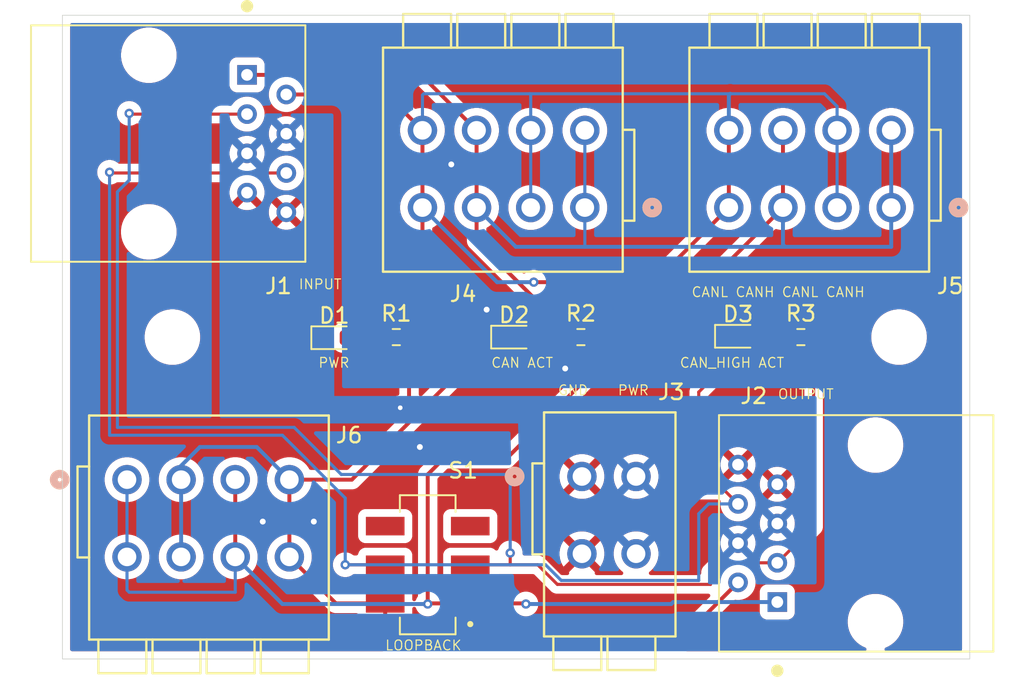
<source format=kicad_pcb>
(kicad_pcb (version 20241229) (generator "pcbnew") (generator_version "9.0")
  (layers (0 "F.Cu" signal) (2 "B.Cu" signal) (13 "F.Paste" user) (15 "B.Paste" user) (5 "F.SilkS" user "F.Silkscreen") (7 "B.SilkS" user "B.Silkscreen") (1 "F.Mask" user) (3 "B.Mask" user) (25 "Edge.Cuts" user))
  (net 0 "")
  (net 1 "Net-(D1-A)")
  (net 2 "GND")
  (net 3 "/CAN_LOW")
  (net 4 "Net-(D2-A)")
  (net 5 "/CAN_LOW_LOOP")
  (net 6 "Net-(D3-A)")
  (net 7 "/VBAT")
  (net 8 "/CAN_HIGH")
  (net 9 "/CAN_HIGH_LOOP")
  (footprint "LocalFootprints:AMPHENOL_54602-908LF" (layer "F.Cu") (at 185.928 112.522 90)
    (property "Reference" "J2" (at 8.89 -7.874 180) (layer "F.SilkS") (effects (font (size 1.001598 1.001598))))
    (property "Value" "RJ45")
    (fp_line (start 7.65 -10.12) (end 7.65 7.62) (stroke (width 0.127)) (layer "F.SilkS"))
    (fp_line (start -7.65 -10.12) (end 7.65 -10.12) (stroke (width 0.127)) (layer "F.SilkS"))
    (fp_line (start 7.65 7.62) (end -7.65 7.62) (stroke (width 0.127)) (layer "F.SilkS"))
    (fp_line (start -7.65 7.62) (end -7.65 -10.12) (stroke (width 0.127)) (layer "F.SilkS"))
    (fp_circle (center -8.89 -6.35) (end -8.69 -6.35) (stroke (width 0.4)) (fill no) (layer "F.SilkS"))
    (pad "" np_thru_hole circle (at -5.715 0 90) (size 3.2 3.2) (drill 3.2) (layers "*.Cu" "*.Mask"))
    (pad "" np_thru_hole circle (at 5.715 0 90) (size 3.2 3.2) (drill 3.2) (layers "*.Cu" "*.Mask"))
    (pad "1" thru_hole rect (at -4.445 -6.35 90) (size 1.268 1.268) (drill 0.76) (layers "*.Cu" "*.Mask") (net 8 "/CAN_HIGH"))
    (pad "2" thru_hole circle (at -3.175 -8.89 90) (size 1.268 1.268) (drill 0.76) (layers "*.Cu" "*.Mask") (net 3 "/CAN_LOW"))
    (pad "3" thru_hole circle (at -1.905 -6.35 90) (size 1.268 1.268) (drill 0.76) (layers "*.Cu" "*.Mask") (net 9 "/CAN_HIGH_LOOP"))
    (pad "4" thru_hole circle (at -0.635 -8.89 90) (size 1.268 1.268) (drill 0.76) (layers "*.Cu" "*.Mask") (net 7 "/VBAT"))
    (pad "5" thru_hole circle (at 0.635 -6.35 90) (size 1.268 1.268) (drill 0.76) (layers "*.Cu" "*.Mask") (net 7 "/VBAT"))
    (pad "6" thru_hole circle (at 1.905 -8.89 90) (size 1.268 1.268) (drill 0.76) (layers "*.Cu" "*.Mask") (net 5 "/CAN_LOW_LOOP"))
    (pad "7" thru_hole circle (at 3.175 -6.35 90) (size 1.268 1.268) (drill 0.76) (layers "*.Cu" "*.Mask") (net 2 "GND"))
    (pad "8" thru_hole circle (at 4.445 -8.89 90) (size 1.268 1.268) (drill 0.76) (layers "*.Cu" "*.Mask") (net 2 "GND"))
  )
  (footprint "LED_SMD:LED_0603_1608Metric" (layer "F.Cu") (at 177.038 99.768)
    (property "Reference" "D3" (at 0 -1.43 0) (layer "F.SilkS"))
    (property "Value" "LED")
    (fp_line (start -1.485 -0.735) (end -1.485 0.735) (stroke (width 0.12)) (layer "F.SilkS"))
    (fp_line (start -1.485 0.735) (end 0.8 0.735) (stroke (width 0.12)) (layer "F.SilkS"))
    (fp_line (start 0.8 -0.735) (end -1.485 -0.735) (stroke (width 0.12)) (layer "F.SilkS"))
    (pad "1" smd roundrect (at -0.7875 0) (size 0.875 0.95) (layers "F.Cu" "F.Mask" "F.Paste") (net 5 "/CAN_LOW_LOOP"))
    (pad "2" smd roundrect (at 0.7875 0) (size 0.875 0.95) (layers "F.Cu" "F.Mask" "F.Paste") (net 6 "Net-(D3-A)"))
  )
  (footprint "LED_SMD:LED_0603_1608Metric" (layer "F.Cu") (at 150.93 99.862)
    (property "Reference" "D1" (at 0 -1.43 0) (layer "F.SilkS"))
    (property "Value" "LED")
    (fp_line (start -1.485 -0.735) (end -1.485 0.735) (stroke (width 0.12)) (layer "F.SilkS"))
    (fp_line (start -1.485 0.735) (end 0.8 0.735) (stroke (width 0.12)) (layer "F.SilkS"))
    (fp_line (start 0.8 -0.735) (end -1.485 -0.735) (stroke (width 0.12)) (layer "F.SilkS"))
    (pad "1" smd roundrect (at -0.7875 0) (size 0.875 0.95) (layers "F.Cu" "F.Mask" "F.Paste") (net 2 "GND"))
    (pad "2" smd roundrect (at 0.7875 0) (size 0.875 0.95) (layers "F.Cu" "F.Mask" "F.Paste") (net 1 "Net-(D1-A)"))
  )
  (footprint "LocalFootprints:CONN2_2601-1102_WAG" (layer "F.Cu") (at 166.9449 108.8425)
    (property "Reference" "J3" (at 5.7751 -5.4645 0) (layer "F.SilkS"))
    (property "Value" "2601-1102")
    (fp_line (start -3.2 5.034001) (end -3.2 -0.849998) (stroke (width 0.1524)) (layer "F.SilkS"))
    (fp_line (start -2.45 -4.149999) (end 6.05 -4.149999) (stroke (width 0.1524)) (layer "F.SilkS"))
    (fp_line (start -2.45 10.349999) (end -2.45 -4.149999) (stroke (width 0.1524)) (layer "F.SilkS"))
    (fp_line (start -2.45 10.349999) (end 6.05 10.349999) (stroke (width 0.1524)) (layer "F.SilkS"))
    (fp_line (start -2.449999 -0.849998) (end -3.2 -0.849998) (stroke (width 0.1524)) (layer "F.SilkS"))
    (fp_line (start -2.449999 5.034001) (end -3.2 5.034001) (stroke (width 0.1524)) (layer "F.SilkS"))
    (fp_line (start -1.85 10.35) (end -1.85 12.524999) (stroke (width 0.1524)) (layer "F.SilkS"))
    (fp_line (start -1.85 12.524999) (end 1.249999 12.524999) (stroke (width 0.1524)) (layer "F.SilkS"))
    (fp_line (start 1.249999 10.35) (end 1.249999 12.524999) (stroke (width 0.1524)) (layer "F.SilkS"))
    (fp_line (start 1.650001 10.35) (end 1.650001 12.524999) (stroke (width 0.1524)) (layer "F.SilkS"))
    (fp_line (start 1.650001 12.524999) (end 4.75 12.524999) (stroke (width 0.1524)) (layer "F.SilkS"))
    (fp_line (start 4.75 10.35) (end 4.75 12.524999) (stroke (width 0.1524)) (layer "F.SilkS"))
    (fp_line (start 6.05 -4.149999) (end 6.05 10.349999) (stroke (width 0.1524)) (layer "F.SilkS"))
    (fp_circle (center -4.355 0) (end -3.974 0) (stroke (width 0.508)) (fill no) (layer "F.SilkS"))
    (fp_circle (center -4.355 0) (end -3.974 0) (stroke (width 0.508)) (fill no) (layer "B.SilkS"))
    (pad "1" thru_hole circle (at 0 0) (size 1.9 1.9) (drill 1.2) (layers "*.Cu" "*.Mask") (net 2 "GND"))
    (pad "2" thru_hole circle (at 0 5) (size 1.9 1.9) (drill 1.2) (layers "*.Cu" "*.Mask") (net 2 "GND"))
    (pad "3" thru_hole circle (at 3.5 0) (size 1.9 1.9) (drill 1.2) (layers "*.Cu" "*.Mask") (net 7 "/VBAT"))
    (pad "4" thru_hole circle (at 3.5 5) (size 1.9 1.9) (drill 1.2) (layers "*.Cu" "*.Mask") (net 7 "/VBAT"))
  )
  (footprint "LocalFootprints:AMPHENOL_54602-908LF" (layer "F.Cu") (at 138.938 87.2965 -90)
    (property "Reference" "J1" (at 9.2235 -8.382 180) (layer "F.SilkS") (effects (font (size 1.001598 1.001598))))
    (property "Value" "RJ45")
    (fp_line (start -7.65 7.62) (end -7.65 -10.12) (stroke (width 0.127)) (layer "F.SilkS"))
    (fp_line (start 7.65 7.62) (end -7.65 7.62) (stroke (width 0.127)) (layer "F.SilkS"))
    (fp_line (start -7.65 -10.12) (end 7.65 -10.12) (stroke (width 0.127)) (layer "F.SilkS"))
    (fp_line (start 7.65 -10.12) (end 7.65 7.62) (stroke (width 0.127)) (layer "F.SilkS"))
    (fp_circle (center -8.89 -6.35) (end -8.69 -6.35) (stroke (width 0.4)) (fill no) (layer "F.SilkS"))
    (pad "" np_thru_hole circle (at -5.715 0 270) (size 3.2 3.2) (drill 3.2) (layers "*.Cu" "*.Mask"))
    (pad "" np_thru_hole circle (at 5.715 0 270) (size 3.2 3.2) (drill 3.2) (layers "*.Cu" "*.Mask"))
    (pad "1" thru_hole rect (at -4.445 -6.35 270) (size 1.268 1.268) (drill 0.76) (layers "*.Cu" "*.Mask") (net 8 "/CAN_HIGH"))
    (pad "2" thru_hole circle (at -3.175 -8.89 270) (size 1.268 1.268) (drill 0.76) (layers "*.Cu" "*.Mask") (net 3 "/CAN_LOW"))
    (pad "3" thru_hole circle (at -1.905 -6.35 270) (size 1.268 1.268) (drill 0.76) (layers "*.Cu" "*.Mask") (net 9 "/CAN_HIGH_LOOP"))
    (pad "4" thru_hole circle (at -0.635 -8.89 270) (size 1.268 1.268) (drill 0.76) (layers "*.Cu" "*.Mask") (net 7 "/VBAT"))
    (pad "5" thru_hole circle (at 0.635 -6.35 270) (size 1.268 1.268) (drill 0.76) (layers "*.Cu" "*.Mask") (net 7 "/VBAT"))
    (pad "6" thru_hole circle (at 1.905 -8.89 270) (size 1.268 1.268) (drill 0.76) (layers "*.Cu" "*.Mask") (net 5 "/CAN_LOW_LOOP"))
    (pad "7" thru_hole circle (at 3.175 -6.35 270) (size 1.268 1.268) (drill 0.76) (layers "*.Cu" "*.Mask") (net 2 "GND"))
    (pad "8" thru_hole circle (at 4.445 -8.89 270) (size 1.268 1.268) (drill 0.76) (layers "*.Cu" "*.Mask") (net 2 "GND"))
  )
  (footprint "Resistor_SMD:R_0603_1608Metric" (layer "F.Cu") (at 154.94 99.822 180)
    (property "Reference" "R1" (at 0 1.524 0) (layer "F.SilkS"))
    (property "Value" "680")
    (fp_line (start -0.237258 0.5225) (end 0.237258 0.5225) (stroke (width 0.12)) (layer "F.SilkS"))
    (fp_line (start -0.237258 -0.5225) (end 0.237258 -0.5225) (stroke (width 0.12)) (layer "F.SilkS"))
    (pad "1" smd roundrect (at -0.825 0 180) (size 0.8 0.95) (layers "F.Cu" "F.Mask" "F.Paste") (net 7 "/VBAT"))
    (pad "2" smd roundrect (at 0.825 0 180) (size 0.8 0.95) (layers "F.Cu" "F.Mask" "F.Paste") (net 1 "Net-(D1-A)"))
  )
  (footprint "Resistor_SMD:R_0603_1608Metric" (layer "F.Cu") (at 181.102 99.822 180)
    (property "Reference" "R3" (at 0 1.524 0) (layer "F.SilkS"))
    (property "Value" "680")
    (fp_line (start -0.237258 0.5225) (end 0.237258 0.5225) (stroke (width 0.12)) (layer "F.SilkS"))
    (fp_line (start -0.237258 -0.5225) (end 0.237258 -0.5225) (stroke (width 0.12)) (layer "F.SilkS"))
    (pad "1" smd roundrect (at -0.825 0 180) (size 0.8 0.95) (layers "F.Cu" "F.Mask" "F.Paste") (net 9 "/CAN_HIGH_LOOP"))
    (pad "2" smd roundrect (at 0.825 0 180) (size 0.8 0.95) (layers "F.Cu" "F.Mask" "F.Paste") (net 6 "Net-(D3-A)"))
  )
  (footprint "LocalFootprints:CONN4_2601-1104_WAG" (layer "F.Cu") (at 167.132 91.44 180)
    (property "Reference" "J4" (at 7.874 -5.588 0) (layer "F.SilkS"))
    (property "Value" "2601-1104")
    (fp_line (start 13.050002 -4.149999) (end 13.050002 10.349999) (stroke (width 0.1524)) (layer "F.SilkS"))
    (fp_line (start 11.750002 10.35) (end 11.750002 12.524999) (stroke (width 0.1524)) (layer "F.SilkS"))
    (fp_line (start 8.650003 12.524999) (end 11.750002 12.524999) (stroke (width 0.1524)) (layer "F.SilkS"))
    (fp_line (start 8.650003 10.35) (end 8.650003 12.524999) (stroke (width 0.1524)) (layer "F.SilkS"))
    (fp_line (start 8.250001 10.35) (end 8.250001 12.524999) (stroke (width 0.1524)) (layer "F.SilkS"))
    (fp_line (start 5.150002 12.524999) (end 8.250001 12.524999) (stroke (width 0.1524)) (layer "F.SilkS"))
    (fp_line (start 5.150002 10.35) (end 5.150002 12.524999) (stroke (width 0.1524)) (layer "F.SilkS"))
    (fp_line (start 4.750001 10.35) (end 4.750001 12.524999) (stroke (width 0.1524)) (layer "F.SilkS"))
    (fp_line (start 1.650002 12.524999) (end 4.750001 12.524999) (stroke (width 0.1524)) (layer "F.SilkS"))
    (fp_line (start 1.650002 10.35) (end 1.650002 12.524999) (stroke (width 0.1524)) (layer "F.SilkS"))
    (fp_line (start 1.25 10.35) (end 1.25 12.524999) (stroke (width 0.1524)) (layer "F.SilkS"))
    (fp_line (start -1.849999 12.524999) (end 1.25 12.524999) (stroke (width 0.1524)) (layer "F.SilkS"))
    (fp_line (start -1.849999 10.35) (end -1.849999 12.524999) (stroke (width 0.1524)) (layer "F.SilkS"))
    (fp_line (start -2.449998 5.034001) (end -3.199999 5.034001) (stroke (width 0.1524)) (layer "F.SilkS"))
    (fp_line (start -2.449998 -0.849998) (end -3.199999 -0.849998) (stroke (width 0.1524)) (layer "F.SilkS"))
    (fp_line (start -2.449999 10.349999) (end 13.050002 10.349999) (stroke (width 0.1524)) (layer "F.SilkS"))
    (fp_line (start -2.449999 10.349999) (end -2.449999 -4.149999) (stroke (width 0.1524)) (layer "F.SilkS"))
    (fp_line (start -2.449999 -4.149999) (end 13.050002 -4.149999) (stroke (width 0.1524)) (layer "F.SilkS"))
    (fp_line (start -3.199999 5.034001) (end -3.199999 -0.849998) (stroke (width 0.1524)) (layer "F.SilkS"))
    (fp_circle (center -4.354998 0) (end -3.973998 0) (stroke (width 0.508)) (fill no) (layer "F.SilkS"))
    (fp_circle (center -4.354998 0) (end -3.973998 0) (stroke (width 0.508)) (fill no) (layer "B.SilkS"))
    (pad "1" thru_hole circle (at 0 0 180) (size 1.9 1.9) (drill 1.2) (layers "*.Cu" "*.Mask") (net 8 "/CAN_HIGH"))
    (pad "2" thru_hole circle (at 0 5 180) (size 1.9 1.9) (drill 1.2) (layers "*.Cu" "*.Mask") (net 8 "/CAN_HIGH"))
    (pad "3" thru_hole circle (at 3.500003 0 180) (size 1.9 1.9) (drill 1.2) (layers "*.Cu" "*.Mask") (net 3 "/CAN_LOW"))
    (pad "4" thru_hole circle (at 3.500003 5 180) (size 1.9 1.9) (drill 1.2) (layers "*.Cu" "*.Mask") (net 3 "/CAN_LOW"))
    (pad "5" thru_hole circle (at 7.000004 0 180) (size 1.9 1.9) (drill 1.2) (layers "*.Cu" "*.Mask") (net 8 "/CAN_HIGH"))
    (pad "6" thru_hole circle (at 7.000004 5 180) (size 1.9 1.9) (drill 1.2) (layers "*.Cu" "*.Mask") (net 8 "/CAN_HIGH"))
    (pad "7" thru_hole circle (at 10.500004 0 180) (size 1.9 1.9) (drill 1.2) (layers "*.Cu" "*.Mask") (net 3 "/CAN_LOW"))
    (pad "8" thru_hole circle (at 10.500004 5 180) (size 1.9 1.9) (drill 1.2) (layers "*.Cu" "*.Mask") (net 3 "/CAN_LOW"))
  )
  (footprint "LocalFootprints:CONN4_2601-1104_WAG" (layer "F.Cu") (at 137.525996 109.046)
    (property "Reference" "J6" (at 14.366004 -2.874 0) (layer "F.SilkS"))
    (property "Value" "2601-1104")
    (fp_line (start -3.199999 5.034001) (end -3.199999 -0.849998) (stroke (width 0.1524)) (layer "F.SilkS"))
    (fp_line (start -2.449999 -4.149999) (end 13.050002 -4.149999) (stroke (width 0.1524)) (layer "F.SilkS"))
    (fp_line (start -2.449999 10.349999) (end -2.449999 -4.149999) (stroke (width 0.1524)) (layer "F.SilkS"))
    (fp_line (start -2.449999 10.349999) (end 13.050002 10.349999) (stroke (width 0.1524)) (layer "F.SilkS"))
    (fp_line (start -2.449998 -0.849998) (end -3.199999 -0.849998) (stroke (width 0.1524)) (layer "F.SilkS"))
    (fp_line (start -2.449998 5.034001) (end -3.199999 5.034001) (stroke (width 0.1524)) (layer "F.SilkS"))
    (fp_line (start -1.849999 10.35) (end -1.849999 12.524999) (stroke (width 0.1524)) (layer "F.SilkS"))
    (fp_line (start -1.849999 12.524999) (end 1.25 12.524999) (stroke (width 0.1524)) (layer "F.SilkS"))
    (fp_line (start 1.25 10.35) (end 1.25 12.524999) (stroke (width 0.1524)) (layer "F.SilkS"))
    (fp_line (start 1.650002 10.35) (end 1.650002 12.524999) (stroke (width 0.1524)) (layer "F.SilkS"))
    (fp_line (start 1.650002 12.524999) (end 4.750001 12.524999) (stroke (width 0.1524)) (layer "F.SilkS"))
    (fp_line (start 4.750001 10.35) (end 4.750001 12.524999) (stroke (width 0.1524)) (layer "F.SilkS"))
    (fp_line (start 5.150002 10.35) (end 5.150002 12.524999) (stroke (width 0.1524)) (layer "F.SilkS"))
    (fp_line (start 5.150002 12.524999) (end 8.250001 12.524999) (stroke (width 0.1524)) (layer "F.SilkS"))
    (fp_line (start 8.250001 10.35) (end 8.250001 12.524999) (stroke (width 0.1524)) (layer "F.SilkS"))
    (fp_line (start 8.650003 10.35) (end 8.650003 12.524999) (stroke (width 0.1524)) (layer "F.SilkS"))
    (fp_line (start 8.650003 12.524999) (end 11.750002 12.524999) (stroke (width 0.1524)) (layer "F.SilkS"))
    (fp_line (start 11.750002 10.35) (end 11.750002 12.524999) (stroke (width 0.1524)) (layer "F.SilkS"))
    (fp_line (start 13.050002 -4.149999) (end 13.050002 10.349999) (stroke (width 0.1524)) (layer "F.SilkS"))
    (fp_circle (center -4.354998 0) (end -3.973998 0) (stroke (width 0.508)) (fill no) (layer "F.SilkS"))
    (fp_circle (center -4.354998 0) (end -3.973998 0) (stroke (width 0.508)) (fill no) (layer "B.SilkS"))
    (pad "1" thru_hole circle (at 0 0) (size 1.9 1.9) (drill 1.2) (layers "*.Cu" "*.Mask") (net 8 "/CAN_HIGH"))
    (pad "2" thru_hole circle (at 0 5) (size 1.9 1.9) (drill 1.2) (layers "*.Cu" "*.Mask") (net 8 "/CAN_HIGH"))
    (pad "3" thru_hole circle (at 3.500003 0) (size 1.9 1.9) (drill 1.2) (layers "*.Cu" "*.Mask") (net 3 "/CAN_LOW"))
    (pad "4" thru_hole circle (at 3.500003 5) (size 1.9 1.9) (drill 1.2) (layers "*.Cu" "*.Mask") (net 3 "/CAN_LOW"))
    (pad "5" thru_hole circle (at 7.000004 0) (size 1.9 1.9) (drill 1.2) (layers "*.Cu" "*.Mask") (net 8 "/CAN_HIGH"))
    (pad "6" thru_hole circle (at 7.000004 5) (size 1.9 1.9) (drill 1.2) (layers "*.Cu" "*.Mask") (net 8 "/CAN_HIGH"))
    (pad "7" thru_hole circle (at 10.500004 0) (size 1.9 1.9) (drill 1.2) (layers "*.Cu" "*.Mask") (net 3 "/CAN_LOW"))
    (pad "8" thru_hole circle (at 10.500004 5) (size 1.9 1.9) (drill 1.2) (layers "*.Cu" "*.Mask") (net 3 "/CAN_LOW"))
  )
  (footprint "MountingHole:MountingHole_3.2mm_M3" (layer "F.Cu") (at 140.462 99.822)
    (property "Reference" "H1" (hide yes))
    (property "Value" "MountingHole")
    (pad "" np_thru_hole circle (at 0 0) (size 3.2 3.2) (drill 3.2) (layers "*.Cu" "*.Mask"))
  )
  (footprint "LocalFootprints:CONN4_2601-1104_WAG" (layer "F.Cu") (at 186.944 91.44 180)
    (property "Reference" "J5" (at -3.81 -5.08 0) (layer "F.SilkS"))
    (property "Value" "2601-1104")
    (fp_line (start 13.050002 -4.149999) (end 13.050002 10.349999) (stroke (width 0.1524)) (layer "F.SilkS"))
    (fp_line (start 11.750002 10.35) (end 11.750002 12.524999) (stroke (width 0.1524)) (layer "F.SilkS"))
    (fp_line (start 8.650003 12.524999) (end 11.750002 12.524999) (stroke (width 0.1524)) (layer "F.SilkS"))
    (fp_line (start 8.650003 10.35) (end 8.650003 12.524999) (stroke (width 0.1524)) (layer "F.SilkS"))
    (fp_line (start 8.250001 10.35) (end 8.250001 12.524999) (stroke (width 0.1524)) (layer "F.SilkS"))
    (fp_line (start 5.150002 12.524999) (end 8.250001 12.524999) (stroke (width 0.1524)) (layer "F.SilkS"))
    (fp_line (start 5.150002 10.35) (end 5.150002 12.524999) (stroke (width 0.1524)) (layer "F.SilkS"))
    (fp_line (start 4.750001 10.35) (end 4.750001 12.524999) (stroke (width 0.1524)) (layer "F.SilkS"))
    (fp_line (start 1.650002 12.524999) (end 4.750001 12.524999) (stroke (width 0.1524)) (layer "F.SilkS"))
    (fp_line (start 1.650002 10.35) (end 1.650002 12.524999) (stroke (width 0.1524)) (layer "F.SilkS"))
    (fp_line (start 1.25 10.35) (end 1.25 12.524999) (stroke (width 0.1524)) (layer "F.SilkS"))
    (fp_line (start -1.849999 12.524999) (end 1.25 12.524999) (stroke (width 0.1524)) (layer "F.SilkS"))
    (fp_line (start -1.849999 10.35) (end -1.849999 12.524999) (stroke (width 0.1524)) (layer "F.SilkS"))
    (fp_line (start -2.449998 5.034001) (end -3.199999 5.034001) (stroke (width 0.1524)) (layer "F.SilkS"))
    (fp_line (start -2.449998 -0.849998) (end -3.199999 -0.849998) (stroke (width 0.1524)) (layer "F.SilkS"))
    (fp_line (start -2.449999 10.349999) (end 13.050002 10.349999) (stroke (width 0.1524)) (layer "F.SilkS"))
    (fp_line (start -2.449999 10.349999) (end -2.449999 -4.149999) (stroke (width 0.1524)) (layer "F.SilkS"))
    (fp_line (start -2.449999 -4.149999) (end 13.050002 -4.149999) (stroke (width 0.1524)) (layer "F.SilkS"))
    (fp_line (start -3.199999 5.034001) (end -3.199999 -0.849998) (stroke (width 0.1524)) (layer "F.SilkS"))
    (fp_circle (center -4.354998 0) (end -3.973998 0) (stroke (width 0.508)) (fill no) (layer "F.SilkS"))
    (fp_circle (center -4.354998 0) (end -3.973998 0) (stroke (width 0.508)) (fill no) (layer "B.SilkS"))
    (pad "1" thru_hole circle (at 0 0 180) (size 1.9 1.9) (drill 1.2) (layers "*.Cu" "*.Mask") (net 8 "/CAN_HIGH"))
    (pad "2" thru_hole circle (at 0 5 180) (size 1.9 1.9) (drill 1.2) (layers "*.Cu" "*.Mask") (net 8 "/CAN_HIGH"))
    (pad "3" thru_hole circle (at 3.500003 0 180) (size 1.9 1.9) (drill 1.2) (layers "*.Cu" "*.Mask") (net 3 "/CAN_LOW"))
    (pad "4" thru_hole circle (at 3.500003 5 180) (size 1.9 1.9) (drill 1.2) (layers "*.Cu" "*.Mask") (net 3 "/CAN_LOW"))
    (pad "5" thru_hole circle (at 7.000004 0 180) (size 1.9 1.9) (drill 1.2) (layers "*.Cu" "*.Mask") (net 8 "/CAN_HIGH"))
    (pad "6" thru_hole circle (at 7.000004 5 180) (size 1.9 1.9) (drill 1.2) (layers "*.Cu" "*.Mask") (net 8 "/CAN_HIGH"))
    (pad "7" thru_hole circle (at 10.500004 0 180) (size 1.9 1.9) (drill 1.2) (layers "*.Cu" "*.Mask") (net 3 "/CAN_LOW"))
    (pad "8" thru_hole circle (at 10.500004 5 180) (size 1.9 1.9) (drill 1.2) (layers "*.Cu" "*.Mask") (net 3 "/CAN_LOW"))
  )
  (footprint "Resistor_SMD:R_0603_1608Metric" (layer "F.Cu") (at 166.878 99.822 180)
    (property "Reference" "R2" (at 0 1.524 0) (layer "F.SilkS"))
    (property "Value" "680")
    (fp_line (start -0.237258 0.5225) (end 0.237258 0.5225) (stroke (width 0.12)) (layer "F.SilkS"))
    (fp_line (start -0.237258 -0.5225) (end 0.237258 -0.5225) (stroke (width 0.12)) (layer "F.SilkS"))
    (pad "1" smd roundrect (at -0.825 0 180) (size 0.8 0.95) (layers "F.Cu" "F.Mask" "F.Paste") (net 8 "/CAN_HIGH"))
    (pad "2" smd roundrect (at 0.825 0 180) (size 0.8 0.95) (layers "F.Cu" "F.Mask" "F.Paste") (net 4 "Net-(D2-A)"))
  )
  (footprint "LocalFootprints:SW_JS202011SCQN" (layer "F.Cu") (at 156.972 114.554 90)
    (property "Reference" "S1" (at 6.096 2.286 180) (layer "F.SilkS"))
    (property "Value" "JS202011SCQN")
    (fp_line (start 4.5 -1.8) (end 3.42 -1.8) (stroke (width 0.127)) (layer "F.SilkS"))
    (fp_line (start -3.42 -1.8) (end -4.5 -1.8) (stroke (width 0.127)) (layer "F.SilkS"))
    (fp_line (start -4.5 -1.8) (end -4.5 1.8) (stroke (width 0.127)) (layer "F.SilkS"))
    (fp_line (start 4.5 1.8) (end 4.5 -1.8) (stroke (width 0.127)) (layer "F.SilkS"))
    (fp_line (start 3.42 1.8) (end 4.5 1.8) (stroke (width 0.127)) (layer "F.SilkS"))
    (fp_line (start -4.5 1.8) (end -3.42 1.8) (stroke (width 0.127)) (layer "F.SilkS"))
    (fp_circle (center -3.84 2.75) (end -3.74 2.75) (stroke (width 0.2)) (fill no) (layer "F.SilkS"))
    (pad "1" smd rect (at -2.5 2.75 90) (size 1.2 2.5) (layers "F.Cu" "F.Mask" "F.Paste") (net 8 "/CAN_HIGH"))
    (pad "2" smd rect (at 0 2.75 90) (size 1.2 2.5) (layers "F.Cu" "F.Mask" "F.Paste") (net 9 "/CAN_HIGH_LOOP"))
    (pad "3" smd rect (at 2.5 2.75 90) (size 1.2 2.5) (layers "F.Cu" "F.Mask" "F.Paste"))
    (pad "4" smd rect (at -2.5 -2.75 90) (size 1.2 2.5) (layers "F.Cu" "F.Mask" "F.Paste") (net 3 "/CAN_LOW"))
    (pad "5" smd rect (at 0 -2.75 90) (size 1.2 2.5) (layers "F.Cu" "F.Mask" "F.Paste") (net 5 "/CAN_LOW_LOOP"))
    (pad "6" smd rect (at 2.5 -2.75 90) (size 1.2 2.5) (layers "F.Cu" "F.Mask" "F.Paste"))
  )
  (footprint "MountingHole:MountingHole_3.2mm_M3" (layer "F.Cu") (at 187.452 99.822)
    (property "Reference" "H2" (hide yes))
    (property "Value" "MountingHole")
    (pad "" np_thru_hole circle (at 0 0) (size 3.2 3.2) (drill 3.2) (layers "*.Cu" "*.Mask"))
  )
  (footprint "LED_SMD:LED_0603_1608Metric" (layer "F.Cu") (at 162.56 99.822)
    (property "Reference" "D2" (at 0 -1.43 0) (layer "F.SilkS"))
    (property "Value" "LED")
    (fp_line (start -1.485 -0.735) (end -1.485 0.735) (stroke (width 0.12)) (layer "F.SilkS"))
    (fp_line (start -1.485 0.735) (end 0.8 0.735) (stroke (width 0.12)) (layer "F.SilkS"))
    (fp_line (start 0.8 -0.735) (end -1.485 -0.735) (stroke (width 0.12)) (layer "F.SilkS"))
    (pad "1" smd roundrect (at -0.7875 0) (size 0.875 0.95) (layers "F.Cu" "F.Mask" "F.Paste") (net 3 "/CAN_LOW"))
    (pad "2" smd roundrect (at 0.7875 0) (size 0.875 0.95) (layers "F.Cu" "F.Mask" "F.Paste") (net 4 "Net-(D2-A)"))
  )
  (gr_rect (start 133.35 78.994) (end 192.024 120.65) (stroke (width 0.05)) (fill no) (layer "Edge.Cuts"))
  (gr_text "INPUT" (at 148.59 96.774 0) (layer "F.SilkS") (effects (font (size 0.635 0.635) (thickness 0.0762)) (justify left bottom)))
  (gr_text "GND    PWR" (at 165.354 103.632 0) (layer "F.SilkS") (effects (font (size 0.635 0.635) (thickness 0.0762)) (justify left bottom)))
  (gr_text "LOOPBACK" (at 154.178 120.142 0) (layer "F.SilkS") (effects (font (size 0.635 0.635) (thickness 0.0762)) (justify left bottom)))
  (gr_text "CAN_HIGH ACT" (at 173.228 101.854 0) (layer "F.SilkS") (effects (font (size 0.635 0.635) (thickness 0.0762)) (justify left bottom)))
  (gr_text "CAN ACT" (at 161.036 101.854 0) (layer "F.SilkS") (effects (font (size 0.635 0.635) (thickness 0.0762)) (justify left bottom)))
  (gr_text "CANL CANH CANL CANH" (at 173.99 97.282 0) (layer "F.SilkS") (effects (font (size 0.635 0.635) (thickness 0.0762)) (justify left bottom)))
  (gr_text "PWR" (at 149.86 101.854 0) (layer "F.SilkS") (effects (font (size 0.635 0.635) (thickness 0.0762)) (justify left bottom)))
  (gr_text "OUTPUT" (at 179.578 103.886 0) (layer "F.SilkS") (effects (font (size 0.635 0.635) (thickness 0.0762)) (justify left bottom)))
  (segment (start 151.7575 99.822) (end 151.7175 99.862) (width 0.254) (layer "F.Cu") (net 1))
  (segment (start 154.115 99.822) (end 151.7575 99.822) (width 0.254) (layer "F.Cu") (net 1))
  (via (at 149.606 111.76) (size 0.889) (drill 0.381) (layers "F.Cu" "B.Cu") (net 2))
  (via (at 165.862 101.854) (size 0.889) (drill 0.381) (layers "F.Cu" "B.Cu") (net 2))
  (via (at 156.464 106.934) (size 0.889) (drill 0.381) (layers "F.Cu" "B.Cu") (net 2))
  (via (at 160.782 98.044) (size 0.889) (drill 0.381) (layers "F.Cu" "B.Cu") (net 2))
  (via (at 158.496 88.646) (size 0.889) (drill 0.381) (layers "F.Cu" "B.Cu") (net 2))
  (via (at 146.304 111.76) (size 0.889) (drill 0.381) (layers "F.Cu" "B.Cu") (net 2))
  (segment (start 151.034 117.054) (end 148.026 114.046) (width 0.254) (layer "F.Cu") (net 3))
  (segment (start 170.688 96.266) (end 163.83 96.266) (width 0.254) (layer "F.Cu") (net 3))
  (segment (start 154.222 119.082) (end 154.222 117.054) (width 0.254) (layer "F.Cu") (net 3))
  (segment (start 152.066 109.046) (end 160.528 100.584) (width 0.254) (layer "F.Cu") (net 3))
  (segment (start 154.432 119.38) (end 154.178 119.126) (width 0.254) (layer "F.Cu") (net 3))
  (segment (start 156.631996 95.925996) (end 160.528 99.822) (width 0.254) (layer "F.Cu") (net 3))
  (segment (start 173.355 119.38) (end 154.432 119.38) (width 0.254) (layer "F.Cu") (net 3))
  (segment (start 154.222 117.054) (end 151.034 117.054) (width 0.254) (layer "F.Cu") (net 3))
  (segment (start 154.313496 84.1215) (end 156.631996 86.44) (width 0.254) (layer "F.Cu") (net 3))
  (segment (start 160.528 99.822) (end 161.7725 99.822) (width 0.254) (layer "F.Cu") (net 3))
  (segment (start 156.631996 91.44) (end 156.631996 95.925996) (width 0.254) (layer "F.Cu") (net 3))
  (segment (start 160.528 100.584) (end 160.528 99.822) (width 0.254) (layer "F.Cu") (net 3))
  (segment (start 156.631996 86.44) (end 156.631996 91.44) (width 0.254) (layer "F.Cu") (net 3))
  (segment (start 176.443996 86.44) (end 176.443996 91.44) (width 0.254) (layer "F.Cu") (net 3))
  (segment (start 147.828 84.1215) (end 154.313496 84.1215) (width 0.254) (layer "F.Cu") (net 3))
  (segment (start 148.026 109.046) (end 152.066 109.046) (width 0.254) (layer "F.Cu") (net 3))
  (segment (start 154.178 119.126) (end 154.222 119.082) (width 0.254) (layer "F.Cu") (net 3))
  (segment (start 177.038 115.697) (end 173.355 119.38) (width 0.254) (layer "F.Cu") (net 3))
  (segment (start 176.443996 91.44) (end 171.617996 96.266) (width 0.254) (layer "F.Cu") (net 3))
  (segment (start 171.617996 96.266) (end 170.688 96.266) (width 0.254) (layer "F.Cu") (net 3))
  (segment (start 148.026 114.046) (end 148.026 109.046) (width 0.254) (layer "F.Cu") (net 3))
  (via (at 163.83 96.266) (size 0.6) (drill 0.3) (layers "F.Cu" "B.Cu") (net 3))
  (segment (start 142.24 106.934) (end 141.025999 108.148001) (width 0.254) (layer "B.Cu") (net 3))
  (segment (start 163.631997 86.44) (end 163.631997 84.129997) (width 0.2) (layer "B.Cu") (net 3))
  (segment (start 141.025999 109.046) (end 141.025999 114.046) (width 0.254) (layer "B.Cu") (net 3))
  (segment (start 161.457996 96.266) (end 156.631996 91.44) (width 0.254) (layer "B.Cu") (net 3))
  (segment (start 182.626 84.074) (end 176.53 84.074) (width 0.2) (layer "B.Cu") (net 3))
  (segment (start 145.914 106.934) (end 142.24 106.934) (width 0.254) (layer "B.Cu") (net 3))
  (segment (start 148.026 109.046) (end 145.914 106.934) (width 0.254) (layer "B.Cu") (net 3))
  (segment (start 163.631997 84.129997) (end 163.576 84.074) (width 0.2) (layer "B.Cu") (net 3))
  (segment (start 163.83 96.266) (end 161.457996 96.266) (width 0.254) (layer "B.Cu") (net 3))
  (segment (start 183.443997 86.44) (end 183.443997 84.891997) (width 0.2) (layer "B.Cu") (net 3))
  (segment (start 176.443996 84.160004) (end 176.53 84.074) (width 0.254) (layer "B.Cu") (net 3))
  (segment (start 163.631997 86.44) (end 163.631997 91.44) (width 0.2) (layer "B.Cu") (net 3))
  (segment (start 176.53 84.074) (end 163.576 84.074) (width 0.2) (layer "B.Cu") (net 3))
  (segment (start 156.631996 84.160004) (end 156.631996 86.44) (width 0.2) (layer "B.Cu") (net 3))
  (segment (start 176.443996 86.44) (end 176.443996 84.160004) (width 0.254) (layer "B.Cu") (net 3))
  (segment (start 156.718 84.074) (end 156.631996 84.160004) (width 0.2) (layer "B.Cu") (net 3))
  (segment (start 183.443997 84.891997) (end 182.626 84.074) (width 0.2) (layer "B.Cu") (net 3))
  (segment (start 183.443997 86.44) (end 183.443997 91.44) (width 0.2) (layer "B.Cu") (net 3))
  (segment (start 141.025999 108.148001) (end 141.025999 109.046) (width 0.254) (layer "B.Cu") (net 3))
  (segment (start 163.576 84.074) (end 156.718 84.074) (width 0.2) (layer "B.Cu") (net 3))
  (segment (start 166.053 99.822) (end 163.3475 99.822) (width 0.254) (layer "F.Cu") (net 4))
  (segment (start 176.149 109.728) (end 177.038 110.617) (width 0.2) (layer "F.Cu") (net 5))
  (segment (start 174.498 103.378) (end 174.498 109.728) (width 0.2) (layer "F.Cu") (net 5))
  (segment (start 176.2505 101.6255) (end 174.498 103.378) (width 0.2) (layer "F.Cu") (net 5))
  (segment (start 174.498 109.728) (end 176.149 109.728) (width 0.2) (layer "F.Cu") (net 5))
  (segment (start 154.222 114.554) (end 151.638 114.554) (width 0.2) (layer "F.Cu") (net 5))
  (segment (start 176.2505 99.768) (end 176.2505 101.6255) (width 0.2) (layer "F.Cu") (net 5))
  (segment (start 136.398 89.154) (end 136.4455 89.2015) (width 0.2) (layer "F.Cu") (net 5))
  (segment (start 136.4455 89.2015) (end 147.828 89.2015) (width 0.2) (layer "F.Cu") (net 5))
  (via (at 151.638 114.554) (size 0.6) (drill 0.3) (layers "F.Cu" "B.Cu") (net 5))
  (via (at 136.398 89.154) (size 0.6) (drill 0.3) (layers "F.Cu" "B.Cu") (net 5))
  (segment (start 174.498 115.57) (end 174.498 111.252) (width 0.2) (layer "B.Cu") (net 5))
  (segment (start 136.398 106.172) (end 136.398 89.154) (width 0.2) (layer "B.Cu") (net 5))
  (segment (start 151.638 114.554) (end 151.638 110.236) (width 0.2) (layer "B.Cu") (net 5))
  (segment (start 164.592 114.554) (end 165.608 115.57) (width 0.2) (layer "B.Cu") (net 5))
  (segment (start 151.638 114.554) (end 164.592 114.554) (width 0.2) (layer "B.Cu") (net 5))
  (segment (start 147.828 106.426) (end 147.574 106.172) (width 0.2) (layer "B.Cu") (net 5))
  (segment (start 147.574 106.172) (end 136.398 106.172) (width 0.2) (layer "B.Cu") (net 5))
  (segment (start 151.638 110.236) (end 147.828 106.426) (width 0.2) (layer "B.Cu") (net 5))
  (segment (start 175.133 110.617) (end 177.038 110.617) (width 0.2) (layer "B.Cu") (net 5))
  (segment (start 174.498 111.252) (end 175.133 110.617) (width 0.2) (layer "B.Cu") (net 5))
  (segment (start 165.608 115.57) (end 174.498 115.57) (width 0.2) (layer "B.Cu") (net 5))
  (segment (start 180.223 99.768) (end 180.277 99.822) (width 0.254) (layer "F.Cu") (net 6))
  (segment (start 177.8255 99.768) (end 180.223 99.768) (width 0.254) (layer "F.Cu") (net 6))
  (segment (start 155.765 99.822) (end 155.765 103.823) (width 0.254) (layer "F.Cu") (net 7))
  (segment (start 155.448 104.14) (end 155.194 104.394) (width 0.254) (layer "F.Cu") (net 7))
  (segment (start 155.765 103.823) (end 155.448 104.14) (width 0.254) (layer "F.Cu") (net 7))
  (via (at 155.194 104.394) (size 0.6) (drill 0.3) (layers "F.Cu" "B.Cu") (net 7))
  (segment (start 167.64 97.282) (end 163.83 97.282) (width 0.254) (layer "F.Cu") (net 8))
  (segment (start 157.988 107.696) (end 156.972 108.712) (width 0.254) (layer "F.Cu") (net 8))
  (segment (start 156.543496 82.8515) (end 160.131996 86.44) (width 0.254) (layer "F.Cu") (net 8))
  (segment (start 156.972 108.712) (end 156.972 117.094) (width 0.254) (layer "F.Cu") (net 8))
  (segment (start 179.943996 86.44) (end 179.943996 91.44) (width 0.254) (layer "F.Cu") (net 8))
  (segment (start 162.052 107.696) (end 157.988 107.696) (width 0.254) (layer "F.Cu") (net 8))
  (segment (start 159.722 117.054) (end 163.282 117.054) (width 0.254) (layer "F.Cu") (net 8))
  (segment (start 179.943996 91.44) (end 174.101996 97.282) (width 0.254) (layer "F.Cu") (net 8))
  (segment (start 163.282 117.054) (end 163.322 117.094) (width 0.254) (layer "F.Cu") (net 8))
  (segment (start 160.131996 93.583996) (end 160.131996 91.44) (width 0.254) (layer "F.Cu") (net 8))
  (segment (start 163.83 97.282) (end 160.131996 93.583996) (width 0.254) (layer "F.Cu") (net 8))
  (segment (start 167.703 102.045) (end 162.052 107.696) (width 0.254) (layer "F.Cu") (net 8))
  (segment (start 159.722 117.054) (end 157.012 117.054) (width 0.254) (layer "F.Cu") (net 8))
  (segment (start 157.012 117.054) (end 156.972 117.094) (width 0.254) (layer "F.Cu") (net 8))
  (segment (start 144.526 109.046) (end 144.526 114.046) (width 0.254) (layer "F.Cu") (net 8))
  (segment (start 167.703 99.822) (end 167.703 97.345) (width 0.254) (layer "F.Cu") (net 8))
  (segment (start 167.703 99.822) (end 167.703 102.045) (width 0.254) (layer "F.Cu") (net 8))
  (segment (start 167.703 97.345) (end 167.64 97.282) (width 0.254) (layer "F.Cu") (net 8))
  (segment (start 174.101996 97.282) (end 167.64 97.282) (width 0.254) (layer "F.Cu") (net 8))
  (segment (start 160.131996 86.44) (end 160.131996 91.44) (width 0.254) (layer "F.Cu") (net 8))
  (segment (start 145.288 82.8515) (end 156.543496 82.8515) (width 0.254) (layer "F.Cu") (net 8))
  (via (at 163.322 117.094) (size 0.6) (drill 0.3) (layers "F.Cu" "B.Cu") (net 8))
  (via (at 156.972 117.094) (size 0.6) (drill 0.3) (layers "F.Cu" "B.Cu") (net 8))
  (segment (start 144.526 116.332) (end 144.526 114.046) (width 0.2) (layer "B.Cu") (net 8))
  (segment (start 167.132 93.98) (end 180.086 93.98) (width 0.254) (layer "B.Cu") (net 8))
  (segment (start 186.944 91.44) (end 186.944 86.44) (width 0.254) (layer "B.Cu") (net 8))
  (segment (start 162.671996 93.98) (end 167.132 93.98) (width 0.254) (layer "B.Cu") (net 8))
  (segment (start 179.943996 93.837996) (end 180.086 93.98) (width 0.254) (layer "B.Cu") (net 8))
  (segment (start 137.525996 114.046) (end 137.525996 116.189996) (width 0.2) (layer "B.Cu") (net 8))
  (segment (start 137.525996 109.046) (end 137.525996 114.046) (width 0.2) (layer "B.Cu") (net 8))
  (segment (start 186.944 93.98) (end 186.944 91.44) (width 0.254) (layer "B.Cu") (net 8))
  (segment (start 167.132 91.44) (end 167.132 93.98) (width 0.2) (layer "B.Cu") (net 8))
  (segment (start 160.131996 91.44) (end 162.671996 93.98) (width 0.254) (layer "B.Cu") (net 8))
  (segment (start 172.72 117.094) (end 172.847 116.967) (width 0.254) (layer "B.Cu") (net 8))
  (segment (start 172.847 116.967) (end 179.578 116.967) (width 0.254) (layer "B.Cu") (net 8))
  (segment (start 147.574 117.094) (end 144.526 114.046) (width 0.254) (layer "B.Cu") (net 8))
  (segment (start 163.322 117.094) (end 172.72 117.094) (width 0.254) (layer "B.Cu") (net 8))
  (segment (start 137.668 116.332) (end 144.526 116.332) (width 0.2) (layer "B.Cu") (net 8))
  (segment (start 156.972 117.094) (end 147.574 117.094) (width 0.254) (layer "B.Cu") (net 8))
  (segment (start 137.525996 116.189996) (end 137.668 116.332) (width 0.2) (layer "B.Cu") (net 8))
  (segment (start 180.086 93.98) (end 186.944 93.98) (width 0.254) (layer "B.Cu") (net 8))
  (segment (start 179.943996 91.44) (end 179.943996 93.837996) (width 0.254) (layer "B.Cu") (net 8))
  (segment (start 167.132 91.44) (end 167.132 86.44) (width 0.2) (layer "B.Cu") (net 8))
  (segment (start 175.895 114.427) (end 175.26 115.062) (width 0.2) (layer "F.Cu") (net 9))
  (segment (start 159.722 114.554) (end 162.306 114.554) (width 0.2) (layer "F.Cu") (net 9))
  (segment (start 137.668 85.344) (end 137.7155 85.3915) (width 0.2) (layer "F.Cu") (net 9))
  (segment (start 181.927 99.822) (end 181.927 112.078) (width 0.2) (layer "F.Cu") (net 9))
  (segment (start 181.927 112.078) (end 179.578 114.427) (width 0.2) (layer "F.Cu") (net 9))
  (segment (start 165.354 115.824) (end 175.26 115.824) (width 0.2) (layer "F.Cu") (net 9))
  (segment (start 137.7155 85.3915) (end 145.288 85.3915) (width 0.2) (layer "F.Cu") (net 9))
  (segment (start 162.306 114.554) (end 162.306 113.792) (width 0.2) (layer "F.Cu") (net 9))
  (segment (start 175.26 115.062) (end 175.26 115.824) (width 0.2) (layer "F.Cu") (net 9))
  (segment (start 164.084 114.554) (end 165.354 115.824) (width 0.2) (layer "F.Cu") (net 9))
  (segment (start 162.306 114.554) (end 164.084 114.554) (width 0.2) (layer "F.Cu") (net 9))
  (segment (start 179.578 114.427) (end 175.895 114.427) (width 0.2) (layer "F.Cu") (net 9))
  (via (at 162.306 113.792) (size 0.6) (drill 0.3) (layers "F.Cu" "B.Cu") (net 9))
  (via (at 137.668 85.344) (size 0.6) (drill 0.3) (layers "F.Cu" "B.Cu") (net 9))
  (segment (start 151.384 108.712) (end 148.336 105.664) (width 0.2) (layer "B.Cu") (net 9))
  (segment (start 148.336 105.664) (end 136.906 105.664) (width 0.2) (layer "B.Cu") (net 9))
  (segment (start 136.906 90.424) (end 137.16 90.17) (width 0.2) (layer "B.Cu") (net 9))
  (segment (start 162.306 113.792) (end 162.306 108.712) (width 0.2) (layer "B.Cu") (net 9))
  (segment (start 137.668 89.662) (end 137.668 85.344) (width 0.2) (layer "B.Cu") (net 9))
  (segment (start 137.16 90.17) (end 137.668 89.662) (width 0.2) (layer "B.Cu") (net 9))
  (segment (start 162.306 108.712) (end 151.384 108.712) (width 0.2) (layer "B.Cu") (net 9))
  (segment (start 136.906 105.664) (end 136.906 90.424) (width 0.2) (layer "B.Cu") (net 9))
  (zone (net 2) (net_name "GND") (layer "F.Cu") (connect_pads (clearance 0.5)) (min_thickness 0.25) (fill yes (thermal_gap 0.5) (thermal_bridge_width 0.5))
    (polygon (pts (xy 133.35 78.994) (xy 133.35 120.65) (xy 192.024 120.65) (xy 192.024 78.994)))
  )
  (zone (net 7) (net_name "/VBAT") (layer "B.Cu") (priority 2) (connect_pads (clearance 0.5)) (min_thickness 0.25) (fill yes (thermal_gap 0.5) (thermal_bridge_width 0.5))
    (polygon (pts (xy 143.51 85.344) (xy 150.876 85.344) (xy 150.93 103.632) (xy 182.118 103.632) (xy 182.118 115.824) (xy 163.068 115.824) (xy 162.814 105.41) (xy 143.51 105.41)))
  )
  (zone (net 2) (net_name "GND") (layer "B.Cu") (connect_pads (clearance 0.5)) (min_thickness 0.25) (fill yes (thermal_gap 0.5) (thermal_bridge_width 0.5))
    (polygon (pts (xy 133.35 78.994) (xy 133.35 120.65) (xy 192.024 120.65) (xy 192.024 78.994)))
  )
)
</source>
